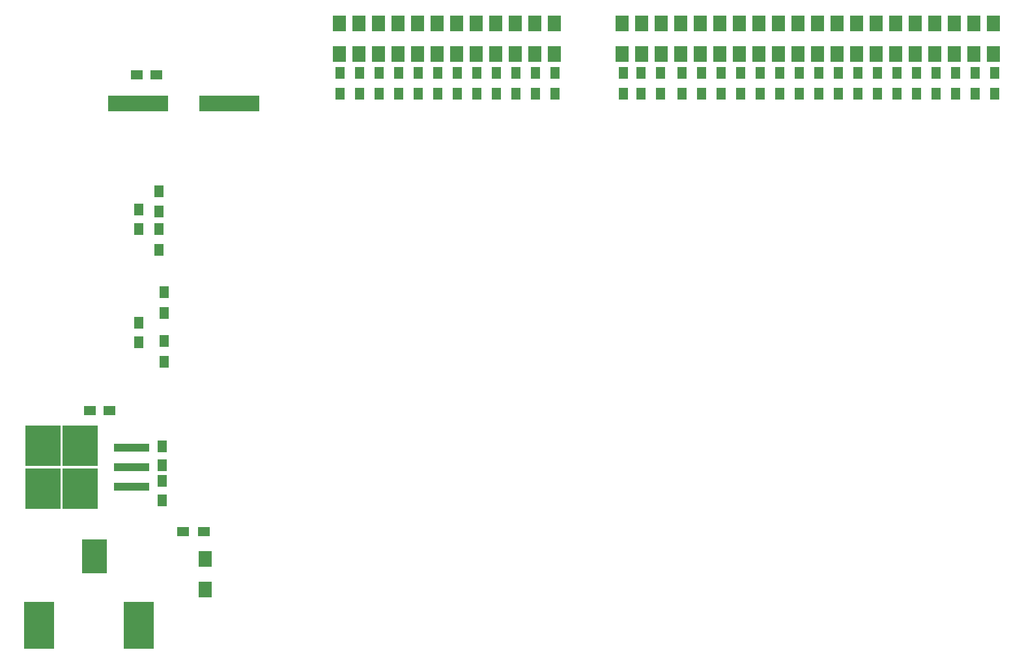
<source format=gtp>
G04 #@! TF.FileFunction,Paste,Top*
%FSLAX46Y46*%
G04 Gerber Fmt 4.6, Leading zero omitted, Abs format (unit mm)*
G04 Created by KiCad (PCBNEW 4.0.3-stable) date 10/13/17 00:19:32*
%MOMM*%
%LPD*%
G01*
G04 APERTURE LIST*
%ADD10C,0.100000*%
%ADD11R,1.700000X2.000000*%
%ADD12R,1.250000X1.500000*%
%ADD13R,1.500000X1.250000*%
%ADD14R,3.300000X4.400000*%
%ADD15R,3.900000X6.200000*%
%ADD16R,1.300000X1.500000*%
%ADD17R,1.500000X1.300000*%
%ADD18R,7.875000X2.000000*%
%ADD19R,4.600000X1.100000*%
%ADD20R,4.550000X5.250000*%
G04 APERTURE END LIST*
D10*
D11*
X185274268Y-48672284D03*
X185274268Y-52672284D03*
X164954268Y-48672284D03*
X164954268Y-52672284D03*
X135854168Y-48641108D03*
X135854168Y-52641108D03*
D12*
X91948000Y-90150000D03*
X91948000Y-87650000D03*
X91948000Y-75418000D03*
X91948000Y-72918000D03*
D13*
X94214000Y-55372000D03*
X91714000Y-55372000D03*
D12*
X94996000Y-103672000D03*
X94996000Y-106172000D03*
D13*
X85618000Y-99060000D03*
X88118000Y-99060000D03*
D14*
X86198000Y-118000000D03*
D15*
X79048000Y-127000000D03*
X91948000Y-127000000D03*
D11*
X203054268Y-48672284D03*
X203054268Y-52672284D03*
X182734268Y-48672284D03*
X182734268Y-52672284D03*
X200514268Y-48672284D03*
X200514268Y-52672284D03*
X180194268Y-48672284D03*
X180194268Y-52672284D03*
X197974268Y-48672284D03*
X197974268Y-52672284D03*
X177654268Y-48672284D03*
X177654268Y-52672284D03*
X195434268Y-48672284D03*
X195434268Y-52672284D03*
X175114268Y-48672284D03*
X175114268Y-52672284D03*
X192894268Y-48672284D03*
X192894268Y-52672284D03*
X172574268Y-48672284D03*
X172574268Y-52672284D03*
X190354268Y-48672284D03*
X190354268Y-52672284D03*
X170034268Y-48672284D03*
X170034268Y-52672284D03*
X187814268Y-48672284D03*
X187814268Y-52672284D03*
X167494268Y-48672284D03*
X167494268Y-52672284D03*
X162414268Y-48672284D03*
X162414268Y-52672284D03*
X159874268Y-48672284D03*
X159874268Y-52672284D03*
X133314168Y-48641108D03*
X133314168Y-52641108D03*
X157334268Y-48672284D03*
X157334268Y-52672284D03*
X130774168Y-48641108D03*
X130774168Y-52641108D03*
X154794268Y-48672284D03*
X154794268Y-52672284D03*
X128234168Y-48641108D03*
X128234168Y-52641108D03*
X123154168Y-48641108D03*
X123154168Y-52641108D03*
X125694168Y-48641108D03*
X125694168Y-52641108D03*
X120614168Y-48641108D03*
X120614168Y-52641108D03*
X118074168Y-48641108D03*
X118074168Y-52641108D03*
X146014168Y-48641108D03*
X146014168Y-52641108D03*
X143474168Y-48641108D03*
X143474168Y-52641108D03*
X140934168Y-48641108D03*
X140934168Y-52641108D03*
X138394168Y-48641108D03*
X138394168Y-52641108D03*
X100584000Y-122364000D03*
X100584000Y-118364000D03*
D16*
X94615000Y-73185000D03*
X94615000Y-70485000D03*
X95250000Y-90010000D03*
X95250000Y-92710000D03*
X94615000Y-75405000D03*
X94615000Y-78105000D03*
X95250000Y-83660000D03*
X95250000Y-86360000D03*
X203200000Y-57818000D03*
X203200000Y-55118000D03*
X182880000Y-57818000D03*
X182880000Y-55118000D03*
X200660000Y-57818000D03*
X200660000Y-55118000D03*
X180340000Y-57818000D03*
X180340000Y-55118000D03*
X198120000Y-57818000D03*
X198120000Y-55118000D03*
X177800000Y-57818000D03*
X177800000Y-55118000D03*
X195580000Y-57818000D03*
X195580000Y-55118000D03*
X175260000Y-57818000D03*
X175260000Y-55118000D03*
X193040000Y-57818000D03*
X193040000Y-55118000D03*
X172720000Y-57818000D03*
X172720000Y-55118000D03*
X190500000Y-57818000D03*
X190500000Y-55118000D03*
X170180000Y-57818000D03*
X170180000Y-55118000D03*
X187960000Y-57818000D03*
X187960000Y-55118000D03*
X167640000Y-57818000D03*
X167640000Y-55118000D03*
X185420000Y-57818000D03*
X185420000Y-55118000D03*
X165100000Y-57818000D03*
X165100000Y-55118000D03*
X162560000Y-57818000D03*
X162560000Y-55118000D03*
X135890000Y-57818000D03*
X135890000Y-55118000D03*
X159766000Y-57818000D03*
X159766000Y-55118000D03*
X133350000Y-57818000D03*
X133350000Y-55118000D03*
X157226000Y-57818000D03*
X157226000Y-55118000D03*
X130810000Y-57818000D03*
X130810000Y-55118000D03*
X154940000Y-57818000D03*
X154940000Y-55118000D03*
X128270000Y-57818000D03*
X128270000Y-55118000D03*
X123190000Y-57818000D03*
X123190000Y-55118000D03*
X125730000Y-57818000D03*
X125730000Y-55118000D03*
X120650000Y-57818000D03*
X120650000Y-55118000D03*
X118110000Y-57818000D03*
X118110000Y-55118000D03*
X146050000Y-57818000D03*
X146050000Y-55118000D03*
X143510000Y-57818000D03*
X143510000Y-55118000D03*
X140970000Y-57818000D03*
X140970000Y-55118000D03*
X138430000Y-57818000D03*
X138430000Y-55118000D03*
D17*
X100410000Y-114808000D03*
X97710000Y-114808000D03*
D18*
X91852500Y-59055000D03*
X103727500Y-59055000D03*
D12*
X94996000Y-110704000D03*
X94996000Y-108204000D03*
D19*
X91053000Y-108985000D03*
X91053000Y-106445000D03*
X91053000Y-103905000D03*
D20*
X79478000Y-103670000D03*
X84328000Y-109220000D03*
X79478000Y-109220000D03*
X84328000Y-103670000D03*
M02*

</source>
